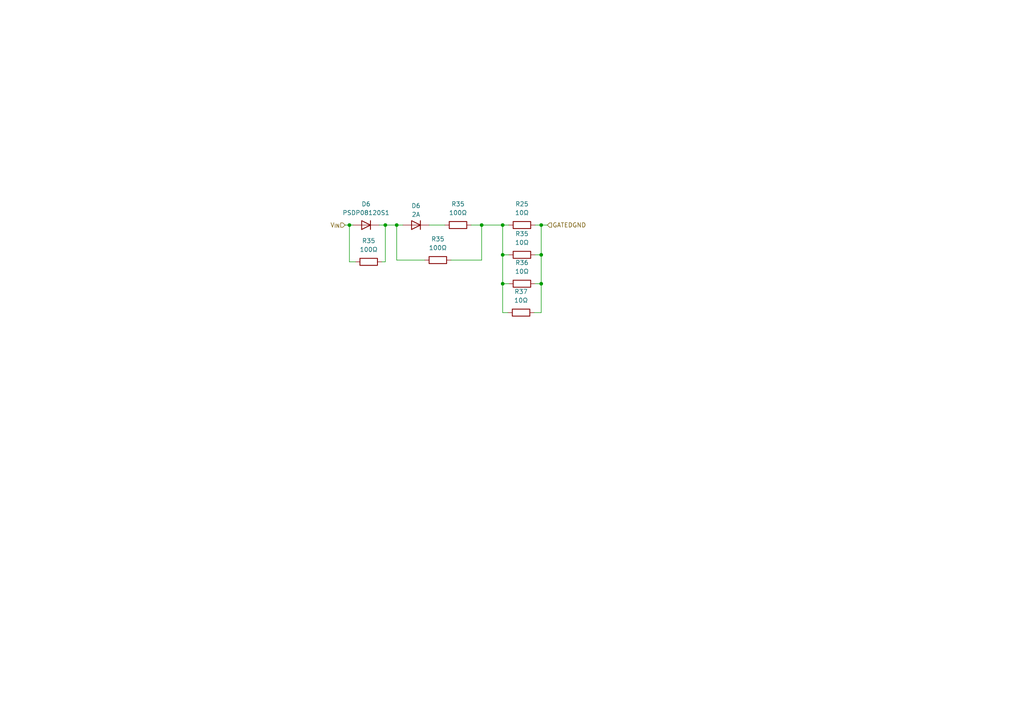
<source format=kicad_sch>
(kicad_sch (version 20230121) (generator eeschema)
  (paper "A4")
  (lib_symbols
    (symbol "Device:D" (pin_numbers hide) (pin_names (offset 1.016) hide)
      (property "Reference" "D" (at 0 2.54 0))
      (property "Value" "D" (at 0 -2.54 0))
      (symbol "D_0_1"
        (polyline (pts (xy -1.27 1.27) (xy -1.27 -1.27)) (stroke (width 0.254)))
        (polyline (pts (xy 1.27 0) (xy -1.27 0)))
        (polyline (pts (xy 1.27 1.27) (xy 1.27 -1.27) (xy -1.27 0) (xy 1.27 1.27)) (stroke (width 0.254)))
      )
      (symbol "D_1_1"
        (pin passive line (at -3.81 0 0) (length 2.54) (name "K") (number "1"))
        (pin passive line (at 3.81 0 180) (length 2.54) (name "A") (number "2"))
      )
    )
    (symbol "Device:R" (pin_numbers hide) (pin_names (offset 0))
      (property "Reference" "R" (at 2.032 0 90))
      (property "Value" "R" (at 0 0 90))
      (symbol "R_0_1"
        (rectangle (start -1.016 -2.54) (end 1.016 2.54) (stroke (width 0.254)))
      )
      (symbol "R_1_1"
        (pin passive line (at 0 3.81 270) (length 1.27) (name "~") (number "1"))
        (pin passive line (at 0 -3.81 90) (length 1.27) (name "~") (number "2"))
      )
    )
  )
  (junction (at 145.796 82.296))
  (junction (at 145.796 65.278))
  (junction (at 139.7 65.278))
  (junction (at 145.796 73.914))
  (junction (at 156.972 73.914))
  (junction (at 101.346 65.278))
  (junction (at 111.76 65.278))
  (junction (at 156.972 65.278))
  (junction (at 115.062 65.278))
  (junction (at 156.972 82.296))
  (wire (pts (xy 145.796 65.278) (xy 147.574 65.278)))
  (wire (pts (xy 156.972 65.278) (xy 158.75 65.278)))
  (wire (pts (xy 139.7 65.278) (xy 145.796 65.278)))
  (wire (pts (xy 111.76 65.278) (xy 111.76 75.946)))
  (wire (pts (xy 145.796 73.914) (xy 145.796 82.296)))
  (wire (pts (xy 101.346 65.278) (xy 101.346 75.946)))
  (wire (pts (xy 139.7 75.438) (xy 130.81 75.438)))
  (wire (pts (xy 101.346 65.278) (xy 102.362 65.278)))
  (wire (pts (xy 145.796 82.296) (xy 147.574 82.296)))
  (wire (pts (xy 100.076 65.278) (xy 101.346 65.278)))
  (wire (pts (xy 145.796 90.678) (xy 147.32 90.678)))
  (wire (pts (xy 111.76 65.278) (xy 115.062 65.278)))
  (wire (pts (xy 156.972 73.914) (xy 156.972 82.296)))
  (wire (pts (xy 109.982 65.278) (xy 111.76 65.278)))
  (wire (pts (xy 145.796 65.278) (xy 145.796 73.914)))
  (wire (pts (xy 156.972 90.678) (xy 156.972 82.296)))
  (wire (pts (xy 110.744 75.946) (xy 111.76 75.946)))
  (wire (pts (xy 156.972 65.278) (xy 156.972 73.914)))
  (wire (pts (xy 136.652 65.278) (xy 139.7 65.278)))
  (wire (pts (xy 115.062 65.278) (xy 116.84 65.278)))
  (wire (pts (xy 145.796 82.296) (xy 145.796 90.678)))
  (wire (pts (xy 154.94 90.678) (xy 156.972 90.678)))
  (wire (pts (xy 156.972 73.914) (xy 155.194 73.914)))
  (wire (pts (xy 139.7 65.278) (xy 139.7 75.438)))
  (wire (pts (xy 124.46 65.278) (xy 129.032 65.278)))
  (wire (pts (xy 145.796 73.914) (xy 147.574 73.914)))
  (wire (pts (xy 155.194 82.296) (xy 156.972 82.296)))
  (wire (pts (xy 115.062 65.278) (xy 115.062 75.438)))
  (wire (pts (xy 101.346 75.946) (xy 103.124 75.946)))
  (wire (pts (xy 115.062 75.438) (xy 123.19 75.438)))
  (wire (pts (xy 155.194 65.278) (xy 156.972 65.278)))
  (hierarchical_label "GATEDGND" (shape input) (at 158.75 65.278 0))
  (hierarchical_label "V_{IN}" (shape input) (at 100.076 65.278 180))
  (symbol (lib_id "Device:R") (at 151.13 90.678 90) (unit 1)
    (property "Reference" "R37" (at 151.13 84.582 90))
    (property "Value" "10Ω" (at 151.13 87.122 90))
    (property "Footprint" "Resistor_SMD:R_0805_2012Metric_Pad1.20x1.40mm_HandSolder" (effects hide))
    (instances (project "LT3081LEDDummyDriver" (path "" (reference "R37") (unit 1)) (path "" (reference "R10") (unit 1)) (path "" (reference "R25") (unit 1))))
  )
  (symbol (lib_id "Device:D") (at 106.172 65.278 180) (unit 1)
    (property "Reference" "D6" (at 106.172 59.182 0))
    (property "Value" "PSDP08120S1" (at 106.172 61.722 0))
    (property "Footprint" "Package_TO_SOT_THT:TO-220-2_Vertical" (effects hide))
    (property "Sim.Device" "D" (effects hide))
    (property "Sim.Pins" "1=K 2=A" (effects hide))
  )
  (symbol (lib_id "Device:R") (at 151.384 65.278 90) (unit 1)
    (property "Reference" "R25" (at 151.384 59.182 90))
    (property "Value" "10Ω" (at 151.384 61.722 90))
    (property "Footprint" "Resistor_SMD:R_0805_2012Metric_Pad1.20x1.40mm_HandSolder" (effects hide))
    (instances (project "LT3081LEDDummyDriver" (path "" (reference "R25") (unit 1)) (path "" (reference "R10") (unit 1)) (path "" (reference "R35") (unit 1))))
  )
  (symbol (lib_id "Device:R") (at 106.934 75.946 90) (unit 1)
    (property "Reference" "R35" (at 106.934 69.85 90))
    (property "Value" "100Ω" (at 106.934 72.39 90))
    (property "Footprint" "Resistor_SMD:R_0805_2012Metric_Pad1.20x1.40mm_HandSolder" (effects hide))
    (instances (project "LT3081LEDDummyDriver" (path "" (reference "R35") (unit 1)) (path "" (reference "R10") (unit 1)) (path "" (reference "R41") (unit 1))))
  )
  (symbol (lib_id "Device:R") (at 132.842 65.278 90) (unit 1)
    (property "Reference" "R35" (at 132.842 59.182 90))
    (property "Value" "100Ω" (at 132.842 61.722 90))
    (property "Footprint" "Resistor_SMD:R_0805_2012Metric_Pad1.20x1.40mm_HandSolder" (effects hide))
    (instances (project "LT3081LEDDummyDriver" (path "" (reference "R35") (unit 1)) (path "" (reference "R10") (unit 1)) (path "" (reference "R46") (unit 1))))
  )
  (symbol (lib_id "Device:D") (at 120.65 65.278 180) (unit 1)
    (property "Reference" "D6" (at 120.65 59.69 0))
    (property "Value" "2A" (at 120.65 62.23 0))
    (property "Footprint" "Diode_SMD:D_SMA" (effects hide))
    (property "Sim.Device" "D" (effects hide))
    (property "Sim.Pins" "1=K 2=A" (effects hide))
    (instances (project "LT3081LEDDummyDriver" (path "" (reference "D6") (unit 1)) (path "" (reference "D7") (unit 1))))
  )
  (symbol (lib_id "Device:R") (at 151.384 82.296 90) (unit 1)
    (property "Reference" "R36" (at 151.384 76.2 90))
    (property "Value" "10Ω" (at 151.384 78.74 90))
    (property "Footprint" "Resistor_SMD:R_0805_2012Metric_Pad1.20x1.40mm_HandSolder" (effects hide))
    (instances (project "LT3081LEDDummyDriver" (path "" (reference "R36") (unit 1)) (path "" (reference "R10") (unit 1)) (path "" (reference "R37") (unit 1))))
  )
  (symbol (lib_id "Device:R") (at 151.384 73.914 90) (unit 1)
    (property "Reference" "R35" (at 151.384 67.818 90))
    (property "Value" "10Ω" (at 151.384 70.358 90))
    (property "Footprint" "Resistor_SMD:R_0805_2012Metric_Pad1.20x1.40mm_HandSolder" (effects hide))
    (instances (project "LT3081LEDDummyDriver" (path "" (reference "R35") (unit 1)) (path "" (reference "R10") (unit 1)) (path "" (reference "R36") (unit 1))))
  )
  (symbol (lib_id "Device:R") (at 127 75.438 90) (unit 1)
    (property "Reference" "R35" (at 127 69.342 90))
    (property "Value" "100Ω" (at 127 71.882 90))
    (property "Footprint" "Resistor_SMD:R_0805_2012Metric_Pad1.20x1.40mm_HandSolder" (effects hide))
    (instances (project "LT3081LEDDummyDriver" (path "" (reference "R35") (unit 1)) (path "" (reference "R10") (unit 1)) (path "" (reference "R40") (unit 1))))
  )
)
</source>
